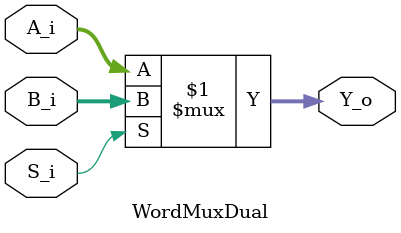
<source format=v>
module WordMuxDual (
  (* intersynth_conntype = "Word" *)
  input[15:0] A_i,
  (* intersynth_conntype = "Word" *)
  input[15:0] B_i,
  (* intersynth_conntype = "Bit" *)
  input S_i,
  (* intersynth_conntype = "Word" *)
  output[15:0] Y_o
);

assign     Y_o = S_i ? B_i : A_i;

endmodule

</source>
